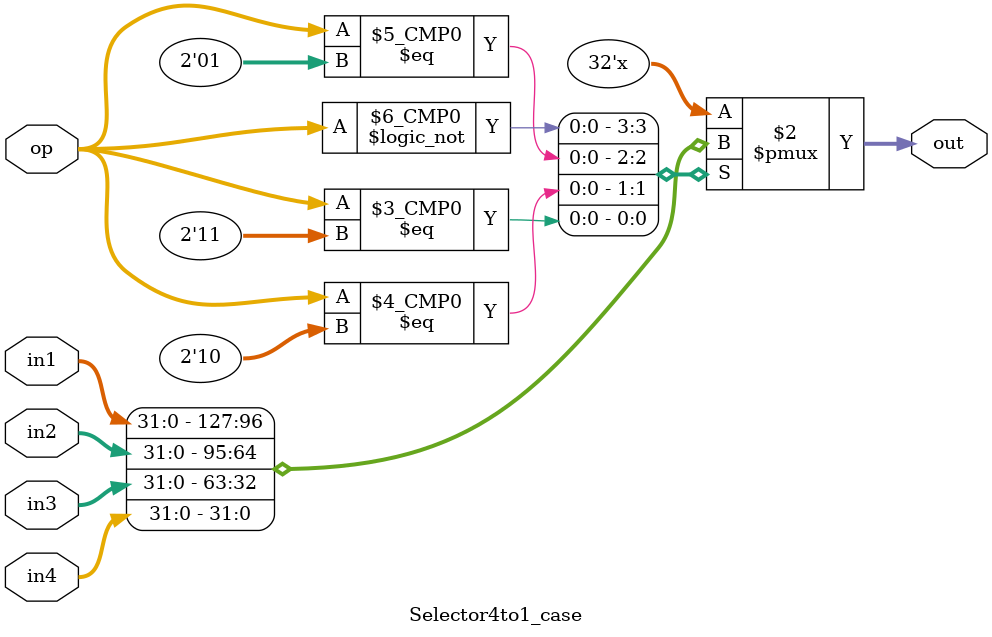
<source format=v>
`timescale 1ns / 1ps


module tb(

    );
    reg [31:0] in1,in2,in3,in4;
    reg [1:0] op;
    wire [31:0] out;
    initial
    begin
        in1 = 32'b00000000000000000000000000000000;
        in2 = 32'b00000000000000000000000000000001;
        in3 = 32'b00000000000000000000000000000010;
        in4 = 32'b00000000000000000000000000000011;
        op = 2'b10;
    end
    Select4to1 s(in1, in2, in3, in4, op, out);
endmodule

module Select4to1(in1, in2, in3, in4, op, out);
    input [31:0] in1;
    input [31:0] in2;
    input [31:0] in3;
    input [31:0] in4;
    input [1:0] op;
    output [31:0] out;
    wire [31:0] out1;
    wire [31:0] out2;
    Selector2to1 s1(in1, in2, op[0], out1);
    Selector2to1 s2(in3, in4, op[0], out2);
    Selector2to1 s3(out1, out2, op[1], out);
endmodule

//ÊµÏÖÈýÊ®¶þÎ»Êý¾ÝµÄ¶þÑ¡Ò»
module Selector2to1(
in1, in2, op, out
    );
    input [31:0] in1;
    input [31:0] in2;
    input op;
    output wire [31:0] out;
    genvar i;
    generate
    //Ñ­»·±È½Ï
        for(i=0;i<32;i=i+1)begin
             sec s(
             .in1(in1[i]), 
             .in2(in2[i]),
             .op(op),
             .out(out[i])
             );
        end
   endgenerate
endmodule

module sec(in1, in2, op, out);
    input in1;
    input in2;
    input op;
    output wire out;
     assign out = (!op&&in1)||(op&in2);//ÃÅ¼¶µçÂ·µÄÊµÏÖ
endmodule


module Selector4to1_case(in1, in2, in3, in4, op, out);
    input [31:0] in1;
    input [31:0] in2;
    input [31:0] in3;
    input [31:0] in4;
    input [1:0] op;
    output reg [31:0] out;
    always @(*)
    begin
      case(op)
        2'b00:out = in1;
        2'b01:out = in2;
        2'b10:out = in3;
        2'b11:out = in4;
       endcase     
     end 
endmodule

</source>
